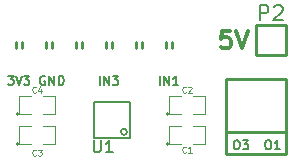
<source format=gto>
%FSLAX34Y34*%
G04 Gerber Fmt 3.4, Leading zero omitted, Abs format*
G04 (created by PCBNEW (2014-03-08 BZR 4739)-product) date Sun 16 Mar 2014 10:57:22 AM MDT*
%MOIN*%
G01*
G70*
G90*
G04 APERTURE LIST*
%ADD10C,0.005906*%
%ADD11C,0.007500*%
%ADD12C,0.007264*%
%ADD13C,0.011811*%
%ADD14C,0.010000*%
%ADD15C,0.003900*%
%ADD16C,0.006000*%
%ADD17C,0.004300*%
%ADD18C,0.008000*%
G04 APERTURE END LIST*
G54D10*
G54D11*
X68178Y-41185D02*
X68235Y-41185D01*
X68264Y-41200D01*
X68292Y-41228D01*
X68307Y-41285D01*
X68307Y-41385D01*
X68292Y-41442D01*
X68264Y-41471D01*
X68235Y-41485D01*
X68178Y-41485D01*
X68150Y-41471D01*
X68121Y-41442D01*
X68107Y-41385D01*
X68107Y-41285D01*
X68121Y-41228D01*
X68150Y-41200D01*
X68178Y-41185D01*
X68592Y-41485D02*
X68421Y-41485D01*
X68507Y-41485D02*
X68507Y-41185D01*
X68478Y-41228D01*
X68450Y-41257D01*
X68421Y-41271D01*
X67128Y-41185D02*
X67185Y-41185D01*
X67214Y-41200D01*
X67242Y-41228D01*
X67257Y-41285D01*
X67257Y-41385D01*
X67242Y-41442D01*
X67214Y-41471D01*
X67185Y-41485D01*
X67128Y-41485D01*
X67100Y-41471D01*
X67071Y-41442D01*
X67057Y-41385D01*
X67057Y-41285D01*
X67071Y-41228D01*
X67100Y-41200D01*
X67128Y-41185D01*
X67357Y-41185D02*
X67542Y-41185D01*
X67442Y-41300D01*
X67485Y-41300D01*
X67514Y-41314D01*
X67528Y-41328D01*
X67542Y-41357D01*
X67542Y-41428D01*
X67528Y-41457D01*
X67514Y-41471D01*
X67485Y-41485D01*
X67400Y-41485D01*
X67371Y-41471D01*
X67357Y-41457D01*
X64600Y-39335D02*
X64600Y-39035D01*
X64742Y-39335D02*
X64742Y-39035D01*
X64914Y-39335D01*
X64914Y-39035D01*
X65214Y-39335D02*
X65042Y-39335D01*
X65128Y-39335D02*
X65128Y-39035D01*
X65100Y-39078D01*
X65071Y-39107D01*
X65042Y-39121D01*
X62600Y-39335D02*
X62600Y-39035D01*
X62742Y-39335D02*
X62742Y-39035D01*
X62914Y-39335D01*
X62914Y-39035D01*
X63028Y-39035D02*
X63214Y-39035D01*
X63114Y-39150D01*
X63157Y-39150D01*
X63185Y-39164D01*
X63200Y-39178D01*
X63214Y-39207D01*
X63214Y-39278D01*
X63200Y-39307D01*
X63185Y-39321D01*
X63157Y-39335D01*
X63071Y-39335D01*
X63042Y-39321D01*
X63028Y-39307D01*
X60771Y-39050D02*
X60742Y-39035D01*
X60700Y-39035D01*
X60657Y-39050D01*
X60628Y-39078D01*
X60614Y-39107D01*
X60600Y-39164D01*
X60600Y-39207D01*
X60614Y-39264D01*
X60628Y-39292D01*
X60657Y-39321D01*
X60700Y-39335D01*
X60728Y-39335D01*
X60771Y-39321D01*
X60785Y-39307D01*
X60785Y-39207D01*
X60728Y-39207D01*
X60914Y-39335D02*
X60914Y-39035D01*
X61085Y-39335D01*
X61085Y-39035D01*
X61228Y-39335D02*
X61228Y-39035D01*
X61300Y-39035D01*
X61342Y-39050D01*
X61371Y-39078D01*
X61385Y-39107D01*
X61400Y-39164D01*
X61400Y-39207D01*
X61385Y-39264D01*
X61371Y-39292D01*
X61342Y-39321D01*
X61300Y-39335D01*
X61228Y-39335D01*
G54D12*
X59540Y-39040D02*
X59720Y-39040D01*
X59623Y-39151D01*
X59664Y-39151D01*
X59692Y-39165D01*
X59706Y-39179D01*
X59720Y-39206D01*
X59720Y-39276D01*
X59706Y-39303D01*
X59692Y-39317D01*
X59664Y-39331D01*
X59581Y-39331D01*
X59554Y-39317D01*
X59540Y-39303D01*
X59803Y-39040D02*
X59900Y-39331D01*
X59996Y-39040D01*
X60066Y-39040D02*
X60245Y-39040D01*
X60149Y-39151D01*
X60190Y-39151D01*
X60218Y-39165D01*
X60232Y-39179D01*
X60245Y-39206D01*
X60245Y-39276D01*
X60232Y-39303D01*
X60218Y-39317D01*
X60190Y-39331D01*
X60107Y-39331D01*
X60079Y-39317D01*
X60066Y-39303D01*
G54D13*
X66937Y-37526D02*
X66656Y-37526D01*
X66628Y-37807D01*
X66656Y-37779D01*
X66712Y-37751D01*
X66853Y-37751D01*
X66909Y-37779D01*
X66937Y-37807D01*
X66965Y-37864D01*
X66965Y-38004D01*
X66937Y-38060D01*
X66909Y-38089D01*
X66853Y-38117D01*
X66712Y-38117D01*
X66656Y-38089D01*
X66628Y-38060D01*
X67134Y-37526D02*
X67331Y-38117D01*
X67528Y-37526D01*
G54D14*
X64800Y-37900D02*
X64800Y-38100D01*
X65000Y-37900D02*
X65000Y-38100D01*
X64000Y-37900D02*
X64000Y-38100D01*
X63800Y-37900D02*
X63800Y-38100D01*
X63000Y-37900D02*
X63000Y-38100D01*
X62800Y-37900D02*
X62800Y-38100D01*
X59800Y-37900D02*
X59800Y-38100D01*
X60000Y-37900D02*
X60000Y-38100D01*
X62000Y-37900D02*
X62000Y-38100D01*
X61800Y-37900D02*
X61800Y-38100D01*
X61000Y-37900D02*
X61000Y-38100D01*
X60800Y-37900D02*
X60800Y-38100D01*
G54D15*
X64900Y-41300D02*
G75*
G03X64900Y-41300I-50J0D01*
G74*
G01*
X65300Y-41300D02*
X64900Y-41300D01*
X64900Y-41300D02*
X64900Y-40700D01*
X64900Y-40700D02*
X65300Y-40700D01*
X65700Y-40700D02*
X66100Y-40700D01*
X66100Y-40700D02*
X66100Y-41300D01*
X66100Y-41300D02*
X65700Y-41300D01*
X64900Y-40300D02*
G75*
G03X64900Y-40300I-50J0D01*
G74*
G01*
X65300Y-40300D02*
X64900Y-40300D01*
X64900Y-40300D02*
X64900Y-39700D01*
X64900Y-39700D02*
X65300Y-39700D01*
X65700Y-39700D02*
X66100Y-39700D01*
X66100Y-39700D02*
X66100Y-40300D01*
X66100Y-40300D02*
X65700Y-40300D01*
X59900Y-41300D02*
G75*
G03X59900Y-41300I-50J0D01*
G74*
G01*
X60300Y-41300D02*
X59900Y-41300D01*
X59900Y-41300D02*
X59900Y-40700D01*
X59900Y-40700D02*
X60300Y-40700D01*
X60700Y-40700D02*
X61100Y-40700D01*
X61100Y-40700D02*
X61100Y-41300D01*
X61100Y-41300D02*
X60700Y-41300D01*
X59900Y-40300D02*
G75*
G03X59900Y-40300I-50J0D01*
G74*
G01*
X60300Y-40300D02*
X59900Y-40300D01*
X59900Y-40300D02*
X59900Y-39700D01*
X59900Y-39700D02*
X60300Y-39700D01*
X60700Y-39700D02*
X61100Y-39700D01*
X61100Y-39700D02*
X61100Y-40300D01*
X61100Y-40300D02*
X60700Y-40300D01*
G54D14*
X66800Y-40900D02*
X68800Y-40900D01*
X66800Y-39150D02*
X68800Y-39150D01*
X68800Y-41650D02*
X66800Y-41650D01*
X68800Y-41650D02*
X68800Y-39150D01*
X66800Y-41650D02*
X66800Y-39150D01*
G54D16*
X63500Y-40900D02*
G75*
G03X63500Y-40900I-100J0D01*
G74*
G01*
X63600Y-39900D02*
X63600Y-41100D01*
X63600Y-41100D02*
X62400Y-41100D01*
X62400Y-41100D02*
X62400Y-39900D01*
X62400Y-39900D02*
X63600Y-39900D01*
G54D14*
X67800Y-37350D02*
X67800Y-38350D01*
X67800Y-38350D02*
X68800Y-38350D01*
X68800Y-38350D02*
X68800Y-37350D01*
X68800Y-37350D02*
X67800Y-37350D01*
G54D17*
X65467Y-41570D02*
X65457Y-41579D01*
X65429Y-41589D01*
X65410Y-41589D01*
X65382Y-41579D01*
X65363Y-41560D01*
X65354Y-41542D01*
X65345Y-41504D01*
X65345Y-41476D01*
X65354Y-41439D01*
X65363Y-41420D01*
X65382Y-41401D01*
X65410Y-41392D01*
X65429Y-41392D01*
X65457Y-41401D01*
X65467Y-41410D01*
X65654Y-41589D02*
X65542Y-41589D01*
X65598Y-41589D02*
X65598Y-41392D01*
X65579Y-41420D01*
X65560Y-41439D01*
X65542Y-41448D01*
X65467Y-39570D02*
X65457Y-39579D01*
X65429Y-39589D01*
X65410Y-39589D01*
X65382Y-39579D01*
X65363Y-39560D01*
X65354Y-39542D01*
X65345Y-39504D01*
X65345Y-39476D01*
X65354Y-39439D01*
X65363Y-39420D01*
X65382Y-39401D01*
X65410Y-39392D01*
X65429Y-39392D01*
X65457Y-39401D01*
X65467Y-39410D01*
X65542Y-39410D02*
X65551Y-39401D01*
X65570Y-39392D01*
X65617Y-39392D01*
X65636Y-39401D01*
X65645Y-39410D01*
X65654Y-39429D01*
X65654Y-39448D01*
X65645Y-39476D01*
X65532Y-39589D01*
X65654Y-39589D01*
X60467Y-41670D02*
X60457Y-41679D01*
X60429Y-41689D01*
X60410Y-41689D01*
X60382Y-41679D01*
X60363Y-41660D01*
X60354Y-41642D01*
X60345Y-41604D01*
X60345Y-41576D01*
X60354Y-41539D01*
X60363Y-41520D01*
X60382Y-41501D01*
X60410Y-41492D01*
X60429Y-41492D01*
X60457Y-41501D01*
X60467Y-41510D01*
X60532Y-41492D02*
X60654Y-41492D01*
X60589Y-41567D01*
X60617Y-41567D01*
X60636Y-41576D01*
X60645Y-41585D01*
X60654Y-41604D01*
X60654Y-41651D01*
X60645Y-41670D01*
X60636Y-41679D01*
X60617Y-41689D01*
X60560Y-41689D01*
X60542Y-41679D01*
X60532Y-41670D01*
X60467Y-39570D02*
X60457Y-39579D01*
X60429Y-39589D01*
X60410Y-39589D01*
X60382Y-39579D01*
X60363Y-39560D01*
X60354Y-39542D01*
X60345Y-39504D01*
X60345Y-39476D01*
X60354Y-39439D01*
X60363Y-39420D01*
X60382Y-39401D01*
X60410Y-39392D01*
X60429Y-39392D01*
X60457Y-39401D01*
X60467Y-39410D01*
X60636Y-39457D02*
X60636Y-39589D01*
X60589Y-39382D02*
X60542Y-39523D01*
X60664Y-39523D01*
G54D16*
X62395Y-41180D02*
X62395Y-41504D01*
X62414Y-41542D01*
X62433Y-41561D01*
X62471Y-41580D01*
X62547Y-41580D01*
X62585Y-41561D01*
X62604Y-41542D01*
X62623Y-41504D01*
X62623Y-41180D01*
X63023Y-41580D02*
X62795Y-41580D01*
X62909Y-41580D02*
X62909Y-41180D01*
X62871Y-41238D01*
X62833Y-41276D01*
X62795Y-41295D01*
G54D18*
X67930Y-37176D02*
X67930Y-36676D01*
X68121Y-36676D01*
X68169Y-36700D01*
X68192Y-36723D01*
X68216Y-36771D01*
X68216Y-36842D01*
X68192Y-36890D01*
X68169Y-36914D01*
X68121Y-36938D01*
X67930Y-36938D01*
X68407Y-36723D02*
X68430Y-36700D01*
X68478Y-36676D01*
X68597Y-36676D01*
X68645Y-36700D01*
X68669Y-36723D01*
X68692Y-36771D01*
X68692Y-36819D01*
X68669Y-36890D01*
X68383Y-37176D01*
X68692Y-37176D01*
M02*

</source>
